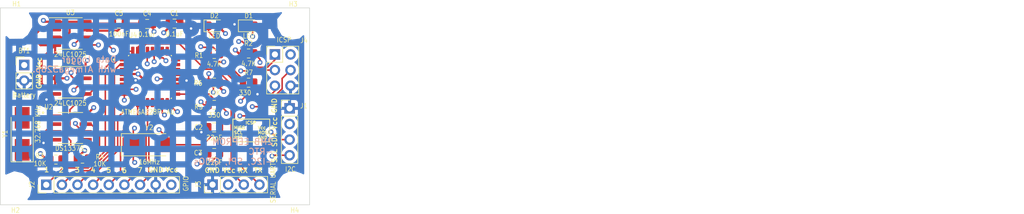
<source format=kicad_pcb>
(kicad_pcb (version 20240108) (generator "pcbnew") (generator_version "8.0")
  (title_block (title "${project_name}") (date "2024-01-16") (rev "1") (comment 1 "4-layer PCB version"))
  (layers (0 "F.Cu" mixed) (1 "In1.Cu" mixed) (2 "In2.Cu" mixed) (31 "B.Cu" mixed) (34 "B.Paste" user) (35 "F.Paste" user) (36 "B.SilkS" user "B.Silkscreen") (37 "F.SilkS" user "F.Silkscreen") (38 "B.Mask" user) (39 "F.Mask" user) (44 "Edge.Cuts" user))
  (property "project_name" "MCU Datalogger with memory and clock")
  (net 0 "")
  (net 1 "GND")
  (net 2 "/Vcc")
  (net 3 "Net-(U4-PB6)")
  (net 4 "Net-(U4-PB7)")
  (net 5 "Net-(U4-AREF)")
  (net 6 "Net-(D1-A)")
  (net 7 "Net-(D2-K)")
  (net 8 "/SDA")
  (net 9 "/SCL")
  (net 10 "/D2")
  (net 11 "/D3")
  (net 12 "/D4")
  (net 13 "/D5")
  (net 14 "/D6")
  (net 15 "/D7")
  (net 16 "/D8")
  (net 17 "/RX")
  (net 18 "/TX")
  (net 19 "/MISO")
  (net 20 "/MOSI")
  (net 21 "/RST")
  (net 22 "Net-(U2-~{INTA})")
  (net 23 "Net-(U2-SQW{slash}~INT)")
  (net 24 "Net-(U2-X1)")
  (net 25 "Net-(U2-X2)")
  (net 35 "/SCK")
  (footprint "Resistor_SMD:R_0805_2012Metric" (layer "F.Cu") (at 78.2531 109.0988)
    (property "Reference" "R3")
    (property "Value" "10K")
  )
  (footprint "Package_SO:SOIC-8_3.9x4.9mm_P1.27mm" (layer "F.Cu") (at 80.6041 88.601)
    (property "Reference" "U3")
    (property "Value" "24LC1025")
  )
  (footprint "Crystal:Crystal_SMD_5032-2Pin_5.0x3.2mm_HandSoldering" (layer "F.Cu") (at 93.4331 106.6858)
    (property "Reference" "Y2")
    (property "Value" "16MHz")
  )
  (footprint "MountingHole:MountingHole_2.1mm" (layer "F.Cu") (at 116.9437 113.6752)
    (property "Reference" "H4")
    (property "Value" "MountingHole" (hide yes))
  )
  (footprint "Resistor_SMD:R_0805_2012Metric" (layer "F.Cu") (at 82.5711 108.9464)
    (property "Reference" "R4")
    (property "Value" "10K")
  )
  (footprint "Footprints:QFP80P900X900X120-32N" (layer "F.Cu") (at 93.5439 95.6622)
    (property "Reference" "U4")
    (property "Value" "ATMEGA328P-AU")
  )
  (footprint "Capacitor_SMD:C_0805_2012Metric" (layer "F.Cu") (at 103.9833 108.032)
    (property "Reference" "C3")
    (property "Value" "22pF")
  )
  (footprint "Footprints:SOIC127P600X175-8N" (layer "F.Cu") (at 80.6153 103.968)
    (property "Reference" "U2")
    (property "Value" "DS1337S_")
  )
  (footprint "Resistor_SMD:R_0805_2012Metric" (layer "F.Cu") (at 109.5694 96.602)
    (property "Reference" "R7")
    (property "Value" "330")
  )
  (footprint "Connector_PinHeader_2.54mm:PinHeader_1x04_P2.54mm_Vertical" (layer "F.Cu") (at 116.2325 100.772)
    (property "Reference" "J1")
    (property "Value" "Conn_01x04_Pin" (hide yes))
  )
  (footprint "Connector_PinHeader_2.54mm:PinHeader_1x09_P2.54mm_Vertical" (layer "F.Cu") (at 76.6847 113.1926 90)
    (property "Reference" "J2")
    (property "Value" "Conn_01x09_Pin" (hide yes))
  )
  (footprint "MountingHole:MountingHole_2.1mm" (layer "F.Cu") (at 71.8587 87.0052)
    (property "Reference" "H1")
    (property "Value" "MountingHole" (hide yes))
  )
  (footprint "Connector_PinHeader_2.54mm:PinHeader_1x04_P2.54mm_Vertical" (layer "F.Cu") (at 103.7103 113.1672 90)
    (property "Reference" "J3")
    (property "Value" "Conn_01x04_Pin" (hide yes))
  )
  (footprint "Connector_PinHeader_2.54mm:PinHeader_2x03_P2.54mm_Vertical" (layer "F.Cu") (at 113.8449 92.009)
    (property "Reference" "J4")
    (property "Value" "Conn_02x03_Odd_Even" (hide yes))
  )
  (footprint "Capacitor_SMD:C_0805_2012Metric" (layer "F.Cu") (at 97.5317 87.0008)
    (property "Reference" "C1")
    (property "Value" "0.1uF")
  )
  (footprint "Connector_PinHeader_2.54mm:PinHeader_1x02_P2.54mm_Vertical" (layer "F.Cu") (at 73.1033 93.7312)
    (property "Reference" "BT1")
    (property "Value" "Battery")
  )
  (footprint "MountingHole:MountingHole_2.1mm" (layer "F.Cu") (at 116.8167 87.0306)
    (property "Reference" "H3")
    (property "Value" "MountingHole" (hide yes))
  )
  (footprint "Resistor_SMD:R_0805_2012Metric" (layer "F.Cu") (at 103.9833 91.9284)
    (property "Reference" "R1")
    (property "Value" "4.7K")
  )
  (footprint "Capacitor_SMD:C_0805_2012Metric" (layer "F.Cu") (at 93.0867 87.0516)
    (property "Reference" "C4")
    (property "Value" "0.1uF")
  )
  (footprint "Crystal:Crystal_SMD_5032-2Pin_5.0x3.2mm_HandSoldering" (layer "F.Cu") (at 72.7731 104.9122 90)
    (property "Reference" "Y1")
    (property "Value" "32.768 KHz")
  )
  (footprint "Resistor_SMD:R_0805_2012Metric" (layer "F.Cu") (at 109.5694 91.8522)
    (property "Reference" "R2")
    (property "Value" "4.7K")
  )
  (footprint "LED_SMD:LED_0805_2012Metric" (layer "F.Cu") (at 109.5894 87.3564)
    (property "Reference" "D1")
    (property "Value" "LED")
  )
  (footprint "Resistor_SMD:R_0805_2012Metric" (layer "F.Cu") (at 103.9833 96.602)
    (property "Reference" "R6")
    (property "Value" "10K")
  )
  (footprint "Capacitor_SMD:C_0805_2012Metric" (layer "F.Cu") (at 103.9833 103.8664)
    (property "Reference" "C2")
    (property "Value" "22pF")
  )
  (footprint "Package_SO:SOIC-8_3.9x4.9mm_P1.27mm" (layer "F.Cu") (at 80.6041 96.5258)
    (property "Reference" "U1")
    (property "Value" "24LC1025")
  )
  (footprint "MountingHole:MountingHole_2.1mm" (layer "F.Cu") (at 71.8333 113.7768)
    (property "Reference" "H2")
    (property "Value" "MountingHole" (hide yes))
  )
  (footprint "LED_SMD:LED_0805_2012Metric" (layer "F.Cu") (at 104.0033 87.3564)
    (property "Reference" "D2")
    (property "Value" "LED")
  )
  (footprint "Resistor_SMD:R_0805_2012Metric" (layer "F.Cu") (at 103.9833 100.2088)
    (property "Reference" "R5")
    (property "Value" "330")
  )
  (footprint "Capacitor_SMD:C_0805_2012Metric" (layer "F.Cu") (at 88.4893 87.0008)
    (property "Reference" "C5")
    (property "Value" "100nF")
  )
  (gr_rect (start 107.0123 102.5246) (end 113.0067 106.2076) (stroke (width 0.15)) (fill none) (layer "F.SilkS"))
  (gr_rect (start 69.2171 84.4398) (end 119.4837 116.4438) (stroke (width 0.1)) (fill none) (layer "Edge.Cuts"))
  (gr_text "2MB EEPROM\n-RTC\n-I2C, SPI, GPIOs" (at 113.6417 109.9922 0) (layer "B.SilkS") (effects (font (size 1 1)) (justify left bottom mirror)))
  (gr_text "Data logger \nwith ATmega328p." (at 88.1655 95.0062 0) (layer "B.SilkS") (effects (font (size 1 1)) (justify left bottom mirror)))
  (gr_text "4" (at 83.8221 111.2622 0) (layer "F.SilkS") (effects (font (size 0.8 0.8)) (justify left bottom)))
  (gr_text "Vcc" (at 105.2851 111.313 0) (layer "F.SilkS") (effects (font (size 0.8 0.8)) (justify left bottom)))
  (gr_text "Vcc" (at 75.9989 94.6252 90) (layer "F.SilkS") (effects (font (size 0.8 0.8)) (justify left bottom)))
  (gr_text "RX" (at 107.7489 111.3384 0) (layer "F.SilkS") (effects (font (size 0.8 0.8)) (justify left bottom)))
  (gr_text "Vcc" (at 95.9633 111.2114 0) (layer "F.SilkS") (effects (font (size 0.8 0.8)) (justify left bottom)))
  (gr_text "7" (at 91.4421 111.2876 0) (layer "F.SilkS") (effects (font (size 0.8 0.8)) (justify left bottom)))
  (gr_text "6" (at 88.9021 111.3384 0) (layer "F.SilkS") (effects (font (size 0.8 0.8)) (justify left bottom)))
  (gr_text "TX" (at 110.3397 111.2876 0) (layer "F.SilkS") (effects (font (size 0.8 0.8)) (justify left bottom)))
  (gr_text "GND" (at 114.2259 101.661 90) (layer "F.SilkS") (effects (font (size 0.8 0.8)) (justify left bottom)))
  (gr_text "I2C" (at 115.4451 111.1352 0) (layer "F.SilkS") (effects (font (size 0.8 0.7) (thickness 0.1)) (justify left bottom)))
  (gr_text "SCL" (at 114.2513 109.7128 90) (layer "F.SilkS") (effects (font (size 0.8 0.8)) (justify left bottom)))
  (gr_text "GND" (at 102.3387 111.313 0) (layer "F.SilkS") (effects (font (size 0.8 0.8)) (justify left bottom)))
  (gr_text "3" (at 81.2567 111.2622 0) (layer "F.SilkS") (effects (font (size 0.8 0.8)) (justify left bottom)))
  (gr_text "GPIO" (at 99.8495 114.3102 90) (layer "F.SilkS") (effects (font (size 0.8 0.7) (thickness 0.1)) (justify left bottom)))
  (gr_text "	ICSP\nMISO	Vcc\nSCL		MOSI\nRST		GND" (at 107.1139 105.8266 0) (layer "F.SilkS") (effects (font (size 0.5 0.5) (thickness 0.12) (bold yes)) (justify left bottom)))
  (gr_text "GND" (at 93.1439 111.2368 0) (layer "F.SilkS") (effects (font (size 0.8 0.8)) (justify left bottom)))
  (gr_text "ICSP" (at 114.0735 90.104 0) (layer "F.SilkS") (effects (font (size 0.8 0.7) (thickness 0.1)) (justify left bottom)))
  (gr_text "SDA" (at 114.2513 107.122 90) (layer "F.SilkS") (effects (font (size 0.8 0.8)) (justify left bottom)))
  (gr_text "SERIAL UART" (at 114.0227 116.2406 90) (layer "F.SilkS") (effects (font (size 0.8 0.7) (thickness 0.1)) (justify left bottom)))
  (gr_text "GND" (at 75.9735 97.6986 90) (layer "F.SilkS") (effects (font (size 0.8 0.8)) (justify left bottom)))
  (gr_text "Vcc" (at 114.2513 104.328 90) (layer "F.SilkS") (effects (font (size 0.8 0.8)) (justify left bottom)))
  (gr_text "2" (at 78.6405 111.2622 0) (layer "F.SilkS") (effects (font (size 0.8 0.8)) (justify left bottom)))
  (gr_text "1" (at 76.2783 111.2114 0) (layer "F.SilkS") (effects (font (size 0.8 0.8)) (justify left bottom)))
  (gr_text "5" (at 86.3621 111.2876 0) (layer "F.SilkS") (effects (font (size 0.8 0.8)) (justify left bottom)))
  (segment (start 92.0859 87.0008) (end 92.1367 87.0516) (width 0.35) (layer "F.Cu") (net 1))
  (segment (start 97.7139 95.2622) (end 98.502388 95.2622) (width 0.35) (layer "F.Cu") (net 1))
  (segment (start 102.6672 103.8664) (end 101.895 104.6386) (width 0.35) (layer "F.Cu") (net 1))
  (segment (start 83.0791 95.8908) (end 82.560927 95.8908) (width 0.35) (layer "F.Cu") (net 1))
  (segment (start 75.0472 89.805) (end 75.7482 90.506) (width 0.35) (layer "F.Cu") (net 1))
  (segment (start 81.6791 95.008973) (end 81.6791 94.3033) (width 0.35) (layer "F.Cu") (net 1))
  (segment (start 83.2639 88.1508) (end 88.2893 88.1508) (width 0.35) (layer "F.Cu") (net 1))
  (segment (start 81.6791 94.3033) (end 79.8732 92.4974) (width 0.35) (layer "F.Cu") (net 1))
  (segment (start 82.560927 95.8908) (end 81.6791 95.008973) (width 0.35) (layer "F.Cu") (net 1))
  (segment (start 78.1403 105.873) (end 76.7592 105.873) (width 0.35) (layer "F.Cu") (net 1))
  (segment (start 89.3739 96.0622) (end 91.0326 96.0622) (width 0.35) (layer "F.Cu") (net 1))
  (segment (start 75.9362 92.6989) (end 77.80225 90.83285) (width 0.35) (layer "F.Cu") (net 1))
  (segment (start 78.1291 87.966) (end 78.0123 87.8492) (width 0.35) (layer "F.Cu") (net 1))
  (segment (start 78.1291 91.7439) (end 78.1291 90.506) (width 0.35) (layer "F.Cu") (net 1))
  (segment (start 110.4819 96.602) (end 110.4819 97.9347) (width 0.35) (layer "F.Cu") (net 1))
  (segment (start 78.1291 98.4308) (end 77.6228 98.4308) (width 0.35) (layer "F.Cu") (net 1))
  (segment (start 97.3317 85.8508) (end 98.4817 87.0008) (width 0.35) (layer "F.Cu") (net 1))
  (segment (start 88.2893 88.1508) (end 89.4393 87.0008) (width 0.35) (layer "F.Cu") (net 1))
  (segment (start 77.6228 98.4308) (end 76.7236 99.33) (width 0.35) (layer "F.Cu") (net 1))
  (segment (start 108.6519 87.3564) (end 108.4081 87.1126) (width 0.35) (layer "F.Cu") (net 1))
  (segment (start 89.4393 87.0008) (end 92.0859 87.0008) (width 0.35) (layer "F.Cu") (net 1))
  (segment (start 110.4819 97.9347) (end 111.0136 98.4664) (width 0.35) (layer "F.Cu") (net 1))
  (segment (start 116.3849 100.6196) (end 116.2325 100.772) (width 0.35) (layer "F.Cu") (net 1))
  (segment (start 78.8826 92.4974) (end 78.1291 91.7439) (width 0.35) (layer "F.Cu") (net 1))
  (segment (start 78.0123 87.8492) (end 75.8092 87.8492) (width 0.35) (layer "F.Cu") (net 1))
  (segment (start 75.7482 90.506) (end 78.1291 90.506) (width 0.35) (layer "F.Cu") (net 1))
  (segment (start 101.8036 108.032) (end 101.641 108.1946) (width 0.35) (layer "F.Cu") (net 1))
  (segment (start 99.482 96.241812) (end 99.482 96.2566) (width 0.35) (layer "F.Cu") (net 1))
  (segment (start 91.227 94.3262) (end 91.4302 94.123) (width 0.35) (layer "F.Cu") (net 1))
  (segment (start 76.7592 105.873) (end 76.241 106.3912) (width 0.35) (layer "F.Cu") (net 1))
  (segment (start 98.502388 95.2622) (end 99.482 96.241812) (width 0.35) (layer "F.Cu") (net 1))
  (segment (start 77.610927 98.4308) (end 75.9362 96.756073) (width 0.35) (layer "F.Cu") (net 1))
  (segment (start 103.0333 108.032) (end 101.8036 108.032) (width 0.35) (layer "F.Cu") (net 1))
  (segment (start 75.0472 88.6112) (end 75.0472 89.805) (width 0.35) (layer "F.Cu") (net 1))
  (segment (start 92.1367 87.0516) (end 93.3375 85.8508) (width 0.35) (layer "F.Cu") (net 1))
  (segment (start 99.421 87.0008) (end 100.2186 87.7984) (width 0.35) (layer "F.Cu") (net 1))
  (segment (start 79.8732 92.4974) (end 78.8826 92.4974) (width 0.35) (layer "F.Cu") (net 1))
  (segment (start 98.4817 87.0008) (end 99.421 87.0008) (width 0.35) (layer "F.Cu") (net 1))
  (segment (start 77.80225 90.83285) (end 78.1291 90.506) (width 0.35) (layer "F.Cu") (net 1))
  (segment (start 108.4081 87.1126) (end 107.2798 87.1126) (width 0.35) (layer "F.Cu") (net 1))
  (segment (start 93.3375 85.8508) (end 97.3317 85.8508) (width 0.35) (layer "F.Cu") (net 1))
  (segment (start 75.9362 96.756073) (end 75.9362 92.6989) (width 0.35) (layer "F.Cu") (net 1))
  (segment (start 75.8092 87.8492) (end 75.0472 88.6112) (width 0.35) (layer "F.Cu") (net 1))
  (segment (start 91.0326 96.0622) (end 91.2016 96.2312) (width 0.35) (layer "F.Cu") (net 1))
  (segment (start 91.091 94.4622) (end 89.3739 94.4622) (width 0.35) (layer "F.Cu") (net 1))
  (segment (start 78.1291 98.4308) (end 77.610927 98.4308) (width 0.35) (layer "F.Cu") (net 1))
  (segment (start 103.0333 103.8664) (end 102.6672 103.8664) (width 0.35) (layer "F.Cu") (net 1))
  (segment (start 91.4302 94.123) (end 91.091 94.4622) (width 0.35) (layer "F.Cu") (net 1))
  (segment (start 83.0791 87.966) (end 83.2639 88.1508) (width 0.35) (layer "F.Cu") (net 1))
  (via (at 107.2798 87.1126) (size 0.8) (drill 0.4) (layers "F.Cu" "B.Cu") (net 1))
  (via (at 91.4302 94.123) (size 0.8) (drill 0.4) (layers "F.Cu" "B.Cu") (net 1))
  (via (at 76.7236 99.33) (size 0.8) (drill 0.4) (layers "F.Cu" "B.Cu") (net 1))
  (via (at 100.2186 87.7984) (size 0.8) (drill 0.4) (layers "F.Cu" "B.Cu") (net 1))
  (via (at 76.241 106.3912) (size 0.8) (drill 0.4) (layers "F.Cu" "B.Cu") (net 1))
  (via (at 91.2016 96.2312) (size 0.8) (drill 0.4) (layers "F.Cu" "B.Cu") (net 1))
  (via (at 101.641 108.1946) (size 0.8) (drill 0.4) (layers "F.Cu" "B.Cu") (net 1))
  (via (at 111.0136 98.4664) (size 0.8) (drill 0.4) (layers "F.Cu" "B.Cu") (net 1))
  (via (at 101.895 104.6386) (size 0.8) (drill 0.4) (layers "F.Cu" "B.Cu") (net 1))
  (via (at 99.482 96.2566) (size 0.8) (drill 0.4) (layers "F.Cu" "B.Cu") (net 1))
  (segment (start 90.234788 95.1898) (end 90.162388 95.2622) (width 0.35) (layer "F.Cu") (net 2))
  (segment (start 83.3839 87.0008) (end 83.0791 86.696) (width 0.35) (layer "F.Cu") (net 2))
  (segment (start 79.7614 95.8908) (end 80.051 95.8756) (width 0.35) (layer "F.Cu") (net 2))
  (segment (start 80.4828 87.4326) (end 79.7462 86.696) (width 0.35) (layer "F.Cu") (net 2))
  (segment (start 78.1291 95.8908) (end 79.7614 95.8908) (width 0.35) (layer "F.Cu") (net 2))
  (segment (start 78.1291 86.696) (end 76.434 86.696) (width 0.35) (layer "F.Cu") (net 2))
  (segment (start 77.3406 109.0988) (end 76.7134 109.0988) (width 0.35) (layer "F.Cu") (net 2))
  (segment (start 83.0903 101.9549) (end 84.3944 100.6508) (width 0.35) (layer "F.Cu") (net 2))
  (segment (start 104.9408 87.3564) (end 104.9408 87.7454) (width 0.35) (layer "F.Cu") (net 2))
  (segment (start 78.1291 95.8908) (end 78.1291 94.6208) (width 0.35) (layer "F.Cu") (net 2))
  (segment (start 103.0708 91.9284) (end 103.228706 91.9284) (width 0.35) (layer "F.Cu") (net 2))
  (segment (start 78.1291 89.236) (end 79.6548 89.236) (width 0.35) (layer "F.Cu") (net 2))
  (segment (start 83.0791 94.6208) (end 83.0791 93.2793) (width 0.35) (layer "F.Cu") (net 2))
  (segment (start 96.5817 87.6761) (end 95.7736 88.4842) (width 0.35) (layer "F.Cu") (net 2))
  (segment (start 76.7134 109.0988) (end 75.733 108.1184) (width 0.35) (layer "F.Cu") (net 2))
  (segment (start 81.6586 108.9464) (end 81.6586 108.873) (width 0.35) (layer "F.Cu") (net 2))
  (segment (start 91.608 95.1898) (end 90.234788 95.1898) (width 0.35) (layer "F.Cu") (net 2))
  (segment (start 78.1291 97.1608) (end 78.1291 95.8908) (width 0.35) (layer "F.Cu") (net 2))
  (segment (start 91.608 95.1898) (end 94.0804 97.6622) (width 0.35) (layer "F.Cu") (net 2))
  (segment (start 83.0791 93.2793) (end 83.3784 92.98) (width 0.35) (layer "F.Cu") (net 2))
  (segment (start 79.6548 89.236) (end 80.4828 88.408) (width 0.35) (layer "F.Cu") (net 2))
  (segment (start 104.9408 87.7454) (end 105.8066 88.6112) (width 0.35) (layer "F.Cu") (net 2))
  (segment (start 83.0791 86.696) (end 78.1291 86.696) (width 0.35) (layer "F.Cu") (net 2))
  (segment (start 104.8958 97.4032) (end 105.5272 98.0346) (width 0.35) (layer "F.Cu") (net 2))
  (segment (start 80.4828 88.408) (end 80.4828 87.4326) (width 0.35) (layer "F.Cu") (net 2))
  (segment (start 81.6586 108.873) (end 82.9212 107.6104) (width 0.35) (layer "F.Cu") (net 2))
  (segment (start 107.9808 91.8522) (end 107.4068 91.2782) (width 0.35) (layer "F.Cu") (net 2))
  (segment (start 104.8958 96.602) (end 104.8958 97.4032) (width 0.35) (layer "F.Cu") (net 2))
  (segment (start 87.5393 87.0008) (end 83.3839 87.0008) (width 0.35) (layer "F.Cu") (net 2))
  (segment (start 104.534306 93.234) (end 105.5272 93.234) (width 0.35) (layer "F.Cu") (net 2))
  (segment (start 83.0903 102.063) (end 83.0903 101.9549) (width 0.35) (layer "F.Cu") (net 2))
  (segment (start 108.6569 91.8522) (end 107.9808 91.8522) (width 0.35) (layer "F.Cu") (net 2))
  (segment (start 96.5817 87.0008) (end 96.5817 87.6761) (width 0.35) (layer "F.Cu") (net 2))
  (segment (start 94.0804 97.6622) (end 97.7139 97.6622) (width 0.35) (layer "F.Cu") (net 2))
  (segment (start 76.434 86.696) (end 76.2156 86.4776) (width 0.35) (layer "F.Cu") (net 2))
  (segment (start 90.162388 95.2622) (end 89.3739 95.2622) (width 0.35) (layer "F.Cu") (net 2))
  (segment (start 80.051 95.8756) (end 79.7716 95.901) (width 0.35) (layer "F.Cu") (net 2))
  (segment (start 105.5272 93.234) (end 105.3748 93.234) (width 0.35) (layer "F.Cu") (net 2))
  (segment (start 103.228706 91.9284) (end 104.534306 93.234) (width 0.35) (layer "F.Cu") (net 2))
  (via (at 75.733 108.1184) (size 0.8) (drill 0.4) (layers "F.Cu" "B.Cu") (net 2))
  (via (at 91.608 95.1898) (size 0.8) (drill 0.4) (layers "F.Cu" "B.Cu") (net 2))
  (via (at 95.7736 88.4842) (size 0.8) (drill 0.4) (layers "F.Cu" "B.Cu") (net 2))
  (via (at 76.2156 86.4776) (size 0.8) (drill 0.4) (layers "F.Cu" "B.Cu") (net 2))
  (via (at 105.5272 93.234) (size 0.8) (drill 0.4) (layers "F.Cu" "B.Cu") (net 2))
  (via (at 105.8066 88.6112) (size 0.8) (drill 0.4) (layers "F.Cu" "B.Cu") (net 2))
  (via (at 84.3944 100.6508) (size 0.8) (drill 0.4) (layers "F.Cu" "B.Cu") (net 2))
  (via (at 107.4068 91.2782) (size 0.8) (drill 0.4) (layers "F.Cu" "B.Cu") (net 2))
  (via (at 80.051 95.8756) (size 0.8) (drill 0.4) (layers "F.Cu" "B.Cu") (net 2))
  (via (at 105.5272 98.0346) (size 0.8) (drill 0.4) (layers "F.Cu" "B.Cu") (net 2))
  (via (at 82.9212 107.6104) (size 0.8) (drill 0.4) (layers "F.Cu" "B.Cu") (net 2))
  (via (at 83.3784 92.98) (size 0.8) (drill 0.4) (layers "F.Cu" "B.Cu") (net 2))
  (segment (start 89.3907 97.679) (end 91.2778 97.679) (width 0.25) (layer "F.Cu") (net 3))
  (segment (start 95.0116 104.2322) (end 96.0331 105.2537) (width 0.25) (layer "F.Cu") (net 3))
  (segment (start 96.0331 106.6858) (end 102.1139 106.6858) (width 0.25) (layer "F.Cu") (net 3))
  (segment (start 102.1139 106.6858) (end 104.9333 103.8664) (width 0.25) (layer "F.Cu") (net 3))
  (segment (start 96.0331 105.2537) (end 96.0331 106.6858) (width 0.25) (layer "F.Cu") (net 3))
  (segment (start 89.3739 97.6622) (end 89.3907 97.679) (width 0.25) (layer "F.Cu") (net 3))
  (via (at 91.2778 97.679) (size 0.8) (drill 0.4) (layers "F.Cu" "B.Cu") (net 3))
  (via (at 95.0116 104.2322) (size 0.8) (drill 0.4) (layers "F.Cu" "B.Cu") (net 3))
  (segment (start 91.0217 103.9934) (end 90.8331 104.182) (width 0.25) (layer "F.Cu") (net 4))
  (segment (start 89.3707 99.4468) (end 89.3739 99.4436) (width 0.25) (layer "F.Cu") (net 4))
  (segment (start 90.8331 104.182) (end 90.8331 106.6858) (width 0.25) (layer "F.Cu") (net 4))
  (segment (start 89.3739 98.4622) (end 89.3707 99.4468) (width 0.25) (layer "F.Cu") (net 4))
  (segment (start 91.0611 109.5604) (end 90.8331 109.3324) (width 0.25) (layer "F.Cu") (net 4))
  (segment (start 90.8331 109.3324) (end 90.8331 106.6858) (width 0.25) (layer "F.Cu") (net 4))
  (segment (start 104.9333 108.032) (end 103.1509 109.8144) (width 0.25) (layer "F.Cu") (net 4))
  (segment (start 103.1509 109.8144) (end 101.1957 109.8144) (width 0.25) (layer "F.Cu") (net 4))
  (via (at 101.1957 109.8144) (size 0.8) (drill 0.4) (layers "F.Cu" "B.Cu") (net 4))
  (via (at 91.0217 103.9934) (size 0.8) (drill 0.4) (layers "F.Cu" "B.Cu") (net 4))
  (via (at 91.0611 109.5604) (size 0.8) (drill 0.4) (layers "F.Cu" "B.Cu") (net 4))
  (via (at 89.3707 99.4468) (size 0.8) (drill 0.4) (layers "F.Cu" "B.Cu") (net 4))
  (segment (start 94.7068 95.9772) (end 97.6289 95.9772) (width 0.25) (layer "F.Cu") (net 5))
  (segment (start 94.0367 87.0516) (end 94.0367 88.1443) (width 0.25) (layer "F.Cu") (net 5))
  (segment (start 94.0367 88.1443) (end 94.1988 88.3064) (width 0.25) (layer "F.Cu") (net 5))
  (segment (start 97.6289 95.9772) (end 97.7139 96.0622) (width 0.25) (layer "F.Cu") (net 5))
  (via (at 94.7068 95.9772) (size 0.8) (drill 0.4) (layers "F.Cu" "B.Cu") (net 5))
  (via (at 94.1988 88.3064) (size 0.8) (drill 0.4) (layers "F.Cu" "B.Cu") (net 5))
  (segment (start 110.2262 89.0938) (end 110.2262 87.6571) (width 0.25) (layer "F.Cu") (net 6))
  (segment (start 110.2262 87.6571) (end 110.5269 87.3564) (width 0.25) (layer "F.Cu") (net 6))
  (segment (start 103.0708 100.2088) (end 102.3166 100.2088) (width 0.25) (layer "F.Cu") (net 6))
  (segment (start 102.3166 100.2088) (end 101.8188 99.711) (width 0.25) (layer "F.Cu") (net 6))
  (via (at 101.8188 99.711) (size 0.8) (drill 0.4) (layers "F.Cu" "B.Cu") (net 6))
  (via (at 110.2262 89.0938) (size 0.8) (drill 0.4) (layers "F.Cu" "B.Cu") (net 6))
  (segment (start 108.0048 95.4068) (end 107.995495 95.4068) (width 0.25) (layer "F.Cu") (net 7))
  (segment (start 108.6569 96.0589) (end 108.0048 95.4068) (width 0.25) (layer "F.Cu") (net 7))
  (segment (start 107.5708 94.982105) (end 107.5708 94.9728) (width 0.25) (layer "F.Cu") (net 7))
  (segment (start 108.6569 96.602) (end 108.6569 96.0589) (width 0.25) (layer "F.Cu") (net 7))
  (segment (start 107.5708 94.9728) (end 107.1274 94.5294) (width 0.25) (layer "F.Cu") (net 7))
  (segment (start 103.0658 88.3088) (end 103.0658 87.3564) (width 0.25) (layer "F.Cu") (net 7))
  (segment (start 107.1274 94.5294) (end 107.1274 92.3704) (width 0.25) (layer "F.Cu") (net 7))
  (segment (start 107.1274 92.3704) (end 103.0658 88.3088) (width 0.25) (layer "F.Cu") (net 7))
  (segment (start 107.995495 95.4068) (end 107.5708 94.982105) (width 0.25) (layer "F.Cu") (net 7))
  (segment (start 83.0791 90.506) (end 85.2072 92.6341) (width 0.25) (layer "F.Cu") (net 8))
  (segment (start 95.6506 92.5522) (end 95.192273 92.5522) (width 0.25) (layer "F.Cu") (net 8))
  (segment (start 108.5363 89.9066) (end 107.9656 89.9066) (width 0.25) (layer "F.Cu") (net 8))
  (segment (start 80.5336 103.761726) (end 82.644874 105.873) (width 0.25) (layer "F.Cu") (net 8))
  (segment (start 111.42 92.7903) (end 110.4819 91.8522) (width 0.25) (layer "F.Cu") (net 8))
  (segment (start 85.2072 92.6341) (end 85.2072 96.8662) (width 0.25) (layer "F.Cu") (net 8))
  (segment (start 82.644874 105.873) (end 83.0903 105.873) (width 0.25) (layer "F.Cu") (net 8))
  (segment (start 94.7439 92.103827) (end 94.7439 91.4922) (width 0.25) (layer "F.Cu") (net 8))
  (segment (start 110.4819 91.8522) (end 108.5363 89.9066) (width 0.25) (layer "F.Cu") (net 8))
  (segment (start 114.4368 105.852) (end 113.198 104.6132) (width 0.25) (layer "F.Cu") (net 8))
  (segment (start 85.1564 90.4654) (end 83.1197 90.4654) (width 0.25) (layer "F.Cu") (net 8))
  (segment (start 83.0791 98.4308) (end 80.5336 100.9763) (width 0.25) (layer "F.Cu") (net 8))
  (segment (start 80.5336 100.9763) (end 80.5336 103.761726) (width 0.25) (layer "F.Cu") (net 8))
  (segment (start 96.1292 93.0308) (end 95.6506 92.5522) (width 0.25) (layer "F.Cu") (net 8))
  (segment (start 83.6426 98.4308) (end 83.0791 98.4308) (width 0.25) (layer "F.Cu") (net 8))
  (segment (start 116.2325 105.852) (end 114.4368 105.852) (width 0.25) (layer "F.Cu") (net 8))
  (segment (start 85.2072 96.8662) (end 83.6426 98.4308) (width 0.25) (layer "F.Cu") (net 8))
  (segment (start 83.1197 90.4654) (end 83.0791 90.506) (width 0.25) (layer "F.Cu") (net 8))
  (segment (start 95.192273 92.5522) (end 94.7439 92.103827) (width 0.25) (layer "F.Cu") (net 8))
  (segment (start 111.42 93.3102) (end 111.42 92.7903) (width 0.25) (layer "F.Cu") (net 8))
  (via (at 107.9656 89.9066) (size 0.8) (drill 0.4) (layers "F.Cu" "B.Cu") (net 8))
  (via (at 111.42 93.3102) (size 0.8) (drill 0.4) (layers "F.Cu" "B.Cu") (net 8))
  (via (at 85.1564 90.4654) (size 0.8) (drill 0.4) (layers "F.Cu" "B.Cu") (net 8))
  (via (at 96.1292 93.0308) (size 0.8) (drill 0.4) (layers "F.Cu" "B.Cu") (net 8))
  (via (at 113.198 104.6132) (size 0.8) (drill 0.4) (layers "F.Cu" "B.Cu") (net 8))
  (segment (start 81.8138 97.1608) (end 81.1686 97.806) (width 0.25) (layer "F.Cu") (net 9))
  (segment (start 81.4226 103.380726) (end 82.644874 104.603) (width 0.25) (layer "F.Cu") (net 9))
  (segment (start 94.2242 92.384127) (end 94.2242 93.1832) (width 0.25) (layer "F.Cu") (net 9))
  (segment (start 85.5018 89.236) (end 83.0791 89.236) (width 0.25) (layer "F.Cu") (net 9))
  (segment (start 113.3758 108.5248) (end 113.5086 108.392) (width 0.25) (layer "F.Cu") (net 9))
  (segment (start 102.0544 90.8534) (end 101.9458 90.7448) (width 0.25) (layer "F.Cu") (net 9))
  (segment (start 101.7934 90.7448) (end 101.7934 90.5924) (width 0.25) (layer "F.Cu") (net 9))
  (segment (start 103.8208 90.8534) (end 102.0544 90.8534) (width 0.25) (layer "F.Cu") (net 9))
  (segment (start 80.7114 95.4692) (end 82.403 97.1608) (width 0.25) (layer "F.Cu") (net 9))
  (segment (start 82.403 97.1608) (end 82.631638 97.1608) (width 0.25) (layer "F.Cu") (net 9))
  (segment (start 82.3472 89.236) (end 81.2194 90.3638) (width 0.25) (layer "F.Cu") (net 9))
  (segment (start 93.9439 91.4922) (end 93.9439 92.103827) (width 0.25) (layer "F.Cu") (net 9))
  (segment (start 87.5948 91.329) (end 85.5018 89.236) (width 0.25) (layer "F.Cu") (net 9))
  (segment (start 104.8958 91.9284) (end 103.8208 90.8534) (width 0.25) (layer "F.Cu") (net 9))
  (segment (start 101.9458 90.7448) (end 101.7934 90.7448) (width 0.25) (layer "F.Cu") (net 9))
  (segment (start 80.7114 94.9866) (end 80.7114 95.4692) (width 0.25) (layer "F.Cu") (net 9))
  (segment (start 101.7934 90.5924) (end 101.8188 90.6178) (width 0.25) (layer "F.Cu") (net 9))
  (segment (start 113.5086 108.392) (end 116.2325 108.392) (width 0.25) (layer "F.Cu") (net 9))
  (segment (start 82.644874 104.603) (end 83.0903 104.603) (width 0.25) (layer "F.Cu") (net 9))
  (segment (start 83.0791 89.236) (end 82.3472 89.236) (width 0.25) (layer "F.Cu") (net 9))
  (segment (start 93.9439 92.103827) (end 94.2242 92.384127) (width 0.25) (layer "F.Cu") (net 9))
  (segment (start 83.0791 97.1608) (end 81.8138 97.1608) (width 0.25) (layer "F.Cu") (net 9))
  (via (at 101.7934 90.7448) (size 0.8) (drill 0.4) (layers "F.Cu" "B.Cu") (net 9))
  (via (at 94.2242 93.1832) (size 0.8) (drill 0.4) (layers "F.Cu" "B.Cu") (net 9))
  (via (at 80.7114 94.9866) (size 0.8) (drill 0.4) (layers "F.Cu" "B.Cu") (net 9))
  (via (at 81.1686 97.806) (size 0.8) (drill 0.4) (layers "F.Cu" "B.Cu") (net 9))
  (via (at 87.5948 91.329) (size 0.8) (drill 0.4) (layers "F.Cu" "B.Cu") (net 9))
  (via (at 81.4226 103.2162) (size 0.8) (drill 0.4) (layers "F.Cu" "B.Cu") (net 9))
  (via (at 113.3758 108.5248) (size 0.8) (drill 0.4) (layers "F.Cu" "B.Cu") (net 9))
  (via (at 81.2194 90.3892) (size 0.8) (drill 0.4) (layers "F.Cu" "B.Cu") (net 9))
  (segment (start 86.2859 94.1873) (end 88.981 91.4922) (width 0.25) (layer "F.Cu") (net 10))
  (segment (start 83.506273 110.4494) (end 86.2859 107.669773) (width 0.25) (layer "F.Cu") (net 10))
  (segment (start 86.2859 107.669773) (end 86.2859 94.1873) (width 0.25) (layer "F.Cu") (net 10))
  (segment (start 88.981 91.4922) (end 90.7439 91.4922) (width 0.25) (layer "F.Cu") (net 10))
  (segment (start 79.4279 110.4494) (end 83.506273 110.4494) (width 0.25) (layer "F.Cu") (net 10))
  (segment (start 76.6847 113.1926) (end 79.4279 110.4494) (width 0.25) (layer "F.Cu") (net 10))
  (segment (start 79.2247 113.1926) (end 81.5179 110.8994) (width 0.25) (layer "F.Cu") (net 11))
  (segment (start 81.5179 110.8994) (end 83.692669 110.8994) (width 0.25) (layer "F.Cu") (net 11))
  (segment (start 88.3537 92.8622) (end 89.3739 92.8622) (width 0.25) (layer "F.Cu") (net 11))
  (segment (start 87.0987 94.1172) (end 88.3537 92.8622) (width 0.25) (layer "F.Cu") (net 11))
  (segment (start 87.0987 107.493369) (end 87.0987 94.1172) (width 0.25) (layer "F.Cu") (net 11))
  (segment (start 83.692669 110.8994) (end 87.0987 107.493369) (width 0.25) (layer "F.Cu") (net 11))
  (segment (start 81.7647 113.1926) (end 82.9397 112.0176) (width 0.25) (layer "F.Cu") (net 12))
  (segment (start 88.656123 93.6622) (end 89.3739 93.6622) (width 0.25) (layer "F.Cu") (net 12))
  (segment (start 82.9397 112.0176) (end 83.210865 112.0176) (width 0.25) (layer "F.Cu") (net 12))
  (segment (start 83.210865 112.0176) (end 87.7591 107.469365) (width 0.25) (layer "F.Cu") (net 12))
  (segment (start 87.7591 94.559223) (end 88.656123 93.6622) (width 0.25) (layer "F.Cu") (net 12))
  (segment (start 87.7591 107.469365) (end 87.7591 94.559223) (width 0.25) (layer "F.Cu") (net 12))
  (segment (start 85.1683 112.329) (end 85.1683 110.7796) (width 0.25) (layer "F.Cu") (net 13))
  (segment (start 85.1683 110.7796) (end 88.2925 107.6554) (width 0.25) (layer "F.Cu") (net 13))
  (segment (start 90.7309 99.8322) (end 90.7439 99.8322) (width 0.25) (layer "F.Cu") (net 13))
  (segment (start 88.2925 107.6554) (end 88.2925 102.2706) (width 0.25) (layer "F.Cu") (net 13))
  (segment (start 84.3047 113.1926) (end 85.1683 112.329) (width 0.25) (layer "F.Cu") (net 13))
  (segment (start 88.2925 102.2706) (end 90.7309 99.8322) (width 0.25) (layer "F.Cu") (net 13))
  (segment (start 91.5439 102.0164) (end 91.5439 99.8322) (width 0.25) (layer "F.Cu") (net 14))
  (segment (start 88.7581 111.2792) (end 88.7581 104.8022) (width 0.25) (layer "F.Cu") (net 14))
  (segment (start 88.7581 104.8022) (end 91.5439 102.0164) (width 0.25) (layer "F.Cu") (net 14))
  (segment (start 86.8447 113.1926) (end 88.7581 111.2792) (width 0.25) (layer "F.Cu") (net 14))
  (segment (start 92.9081 109.6692) (end 92.9081 105.1608) (width 0.25) (layer "F.Cu") (net 15))
  (segment (start 89.3847 113.1926) (end 92.9081 109.6692) (width 0.25) (layer "F.Cu") (net 15))
  (segment (start 92.3439 104.5966) (end 92.3439 99.8322) (width 0.25) (layer "F.Cu") (net 15))
  (segment (start 92.9081 105.1608) (end 92.3439 104.5966) (width 0.25) (layer "F.Cu") (net 15))
  (segment (start 93.1439 104.760204) (end 93.1439 99.8322) (width 0.25) (layer "F.Cu") (net 16))
  (segment (start 91.9247 113.1926) (end 93.3581 111.7592) (width 0.25) (layer "F.Cu") (net 16))
  (segment (start 93.3581 111.7592) (end 93.3581 104.974404) (width 0.25) (layer "F.Cu") (net 16))
  (segment (start 93.3581 104.974404) (end 93.1439 104.760204) (width 0.25) (layer "F.Cu") (net 16))
  (segment (start 104.298383 94.4082) (end 102.4519 94.4082) (width 0.25) (layer "F.Cu") (net 17))
  (segment (start 98.3509 90.3072) (end 92.917273 90.3072) (width 0.25) (layer "F.Cu") (net 17))
  (segment (start 92.3439 90.880573) (end 92.3439 91.4922) (width 0.25) (layer "F.Cu") (net 17))
  (segment (start 92.917273 90.3072) (end 92.3439 90.880573) (width 0.25) (layer "F.Cu") (net 17))
  (segment (start 106.7464 111.1233) (end 106.7464 96.856217) (width 0.25) (layer "F.Cu") (net 17))
  (segment (start 108.7903 113.1672) (end 106.7464 111.1233) (width 0.25) (layer "F.Cu") (net 17))
  (segment (start 106.7464 96.856217) (end 104.298383 94.4082) (width 0.25) (layer "F.Cu") (net 17))
  (segment (start 102.4519 94.4082) (end 98.3509 90.3072) (width 0.25) (layer "F.Cu") (net 17))
  (segment (start 107.2544 96.3582) (end 104.7906 93.8944) (width 0.25) (layer "F.Cu") (net 18))
  (segment (start 104.7906 93.8944) (end 102.8271 93.8944) (width 0.25) (layer "F.Cu") (net 18))
  (segment (start 111.3303 113.1672) (end 107.2544 109.0913) (width 0.25) (layer "F.Cu") (net 18))
  (segment (start 91.5439 90.880573) (end 91.5439 91.4922) (width 0.25) (layer "F.Cu") (net 18))
  (segment (start 98.7899 89.8572) (end 92.567273 89.8572) (width 0.25) (layer "F.Cu") (net 18))
  (segment (start 102.8271 93.8944) (end 98.7899 89.8572) (width 0.25) (layer "F.Cu") (net 18))
  (segment (start 92.567273 89.8572) (end 91.5439 90.880573) (width 0.25) (layer "F.Cu") (net 18))
  (segment (start 107.2544 109.0913) (end 107.2544 96.3582) (width 0.25) (layer "F.Cu") (net 18))
  (segment (start 112.633199 94.099) (end 110.752121 94.099) (width 0.25) (layer "F.Cu") (net 19))
  (segment (start 110.169321 94.6818) (end 108.2958 94.6818) (width 0.25) (layer "F.Cu") (net 19))
  (segment (start 97.8229 101.3112) (end 96.3439 99.8322) (width 0.25) (layer "F.Cu") (net 19))
  (segment (start 98.0088 101.3112) (end 97.8229 101.3112) (width 0.25) (layer "F.Cu") (net 19))
  (segment (start 113.8449 92.009) (end 113.8449 92.887299) (width 0.25) (layer "F.Cu") (net 19))
  (segment (start 110.752121 94.099) (end 110.169321 94.6818) (width 0.25) (layer "F.Cu") (net 19))
  (segment (start 113.8449 92.887299) (end 112.633199 94.099) (width 0.25) (layer "F.Cu") (net 19))
  (via (at 108.2958 94.6818) (size 0.8) (drill 0.4) (layers "F.Cu" "B.Cu") (net 19))
  (via (at 98.0088 101.3112) (size 0.8) (drill 0.4) (layers "F.Cu" "B.Cu") (net 19))
  (segment (start 116.3849 94.549) (end 115.0199 95.914) (width 0.25) (layer "F.Cu") (net 20))
  (segment (start 95.5439 101.4879) (end 95.5439 99.8322) (width 0.25) (layer "F.Cu") (net 20))
  (segment (start 110.598601 101.997) (end 108.1434 101.997) (width 0.25) (layer "F.Cu") (net 20))
  (segment (start 115.0199 97.575701) (end 110.598601 101.997) (width 0.25) (layer "F.Cu") (net 20))
  (segment (start 115.0199 95.914) (end 115.0199 97.575701) (width 0.25) (layer "F.Cu") (net 20))
  (segment (start 95.9006 101.8446) (end 95.5439 101.4879) (width 0.25) (layer "F.Cu") (net 20))
  (via (at 95.9006 101.8446) (size 0.8) (drill 0.4) (layers "F.Cu" "B.Cu") (net 20))
  (via (at 108.1434 101.997) (size 0.8) (drill 0.4) (layers "F.Cu" "B.Cu") (net 20))
  (segment (start 111.2676 100.4984) (end 113.8449 97.9211) (width 0.25) (layer "F.Cu") (net 21))
  (segment (start 110.1754 100.4984) (end 111.2676 100.4984) (width 0.25) (layer "F.Cu") (net 21))
  (segment (start 93.0931 93.533) (end 93.0931 91.543) (width 0.25) (layer "F.Cu") (net 21))
  (segment (start 113.8449 97.9211) (end 113.8449 97.089) (width 0.25) (layer "F.Cu") (net 21))
  (segment (start 93.0931 91.543) (end 93.1439 91.4922) (width 0.25) (layer "F.Cu") (net 21))
  (segment (start 103.0708 95.1631) (end 103.1007 95.1332) (width 0.25) (layer "F.Cu") (net 21))
  (segment (start 103.8508 97.382) (end 103.0708 96.602) (width 0.25) (layer "F.Cu") (net 21))
  (segment (start 103.8508 98.1616) (end 103.8508 97.382) (width 0.25) (layer "F.Cu") (net 21))
  (segment (start 103.0708 96.602) (end 103.0708 95.1631) (width 0.25) (layer "F.Cu") (net 21))
  (via (at 103.8508 98.1616) (size 0.8) (drill 0.4) (layers "F.Cu" "B.Cu") (net 21))
  (via (at 103.1007 95.1332) (size 0.8) (drill 0.4) (layers "F.Cu" "B.Cu") (net 21))
  (via (at 110.1754 100.4984) (size 0.8) (drill 0.4) (layers "F.Cu" "B.Cu") (net 21))
  (via (at 93.0931 93.533) (size 0.8) (drill 0.4) (layers "F.Cu" "B.Cu") (net 21))
  (segment (start 79.228 104.603) (end 78.1403 104.603) (width 0.25) (layer "F.Cu") (net 22))
  (segment (start 79.1656 109.0988) (end 80.6606 107.6038) (width 0.25) (layer "F.Cu") (net 22))
  (segment (start 80.6606 106.0356) (end 79.228 104.603) (width 0.25) (layer "F.Cu") (net 22))
  (segment (start 80.6606 107.6038) (end 80.6606 106.0356) (width 0.25) (layer "F.Cu") (net 22))
  (segment (start 83.9524 103.333) (end 83.0903 103.333) (width 0.25) (layer "F.Cu") (net 23))
  (segment (start 85.3342 107.0958) (end 85.3342 104.7148) (width 0.25) (layer "F.Cu") (net 23))
  (segment (start 85.3342 104.7148) (end 83.9524 103.333) (width 0.25) (layer "F.Cu") (net 23))
  (segment (start 83.4836 108.9464) (end 85.3342 107.0958) (width 0.25) (layer "F.Cu") (net 23))
  (segment (start 77.8911 102.3122) (end 72.7731 102.3122) (width 0.25) (layer "F.Cu") (net 24))
  (segment (start 78.1403 102.063) (end 77.8911 102.3122) (width 0.25) (layer "F.Cu") (net 24))
  (segment (start 78.1403 103.333) (end 77.694874 103.333) (width 0.25) (layer "F.Cu") (net 25))
  (segment (start 77.694874 103.333) (end 73.515674 107.5122) (width 0.25) (layer "F.Cu") (net 25))
  (segment (start 73.515674 107.5122) (end 72.7731 107.5122) (width 0.25) (layer "F.Cu") (net 25))
  (segment (start 105.959 101.272) (end 104.8958 100.2088) (width 0.25) (layer "F.Cu") (net 35))
  (segment (start 109.5944 95.893117) (end 109.5944 98.2854) (width 0.25) (layer "F.Cu") (net 35))
  (segment (start 104.872695 100.2088) (end 103.126095 98.4622) (width 0.25) (layer "F.Cu") (net 35))
  (segment (start 110.938517 94.549) (end 109.5944 95.893117) (width 0.25) (layer "F.Cu") (net 35))
  (segment (start 105.959 101.5906) (end 105.959 101.272) (width 0.25) (layer "F.Cu") (net 35))
  (segment (start 103.126095 98.4622) (end 97.7139 98.4622) (width 0.25) (layer "F.Cu") (net 35))
  (segment (start 109.5944 98.2854) (end 108.2704 99.6094) (width 0.25) (layer "F.Cu") (net 35))
  (segment (start 104.8958 100.2088) (end 104.872695 100.2088) (width 0.25) (layer "F.Cu") (net 35))
  (segment (start 113.8449 94.549) (end 110.938517 94.549) (width 0.25) (layer "F.Cu") (net 35))
  (via (at 108.2704 99.6094) (size 0.8) (drill 0.4) (layers "F.Cu" "B.Cu") (net 35))
  (via (at 105.959 101.5906) (size 0.8) (drill 0.4) (layers "F.Cu" "B.Cu") (net 35))
  (zone (net 1) (net_name "GND") (layer "B.Cu") (connect_pads (clearance 0.5)) (min_thickness 0.25) (fill yes (mode hatch) (thermal_gap 0.5) (thermal_bridge_width 0.5) (hatch_thickness 1) (hatch_gap 1.5) (hatch_orientation 0) (hatch_border_algorithm hatch_thickness) (hatch_min_hole_area 0.3))
    (polygon (pts (xy 113.6044 85.2838) (xy 73.7772 85.1822) (xy 74.3868 86.249) (xy 74.4122 87.5698) (xy 73.6756 88.8398) (xy 72.8882 89.4494) (xy 70.7038 89.4748) (xy 70.0688 88.8398) (xy 70.018 111.5982) (xy 71.4912 110.9886) (xy 72.812 111.2934) (xy 73.8534 112.0808) (xy 74.336 113.681) (xy 74.0312 115.0272) (xy 73.4978 115.6876) (xy 114.7982 115.332) (xy 114.214 113.9604) (xy 114.2902 112.7158) (xy 114.8744 111.8776) (xy 115.1792 111.522) (xy 116.119 111.0648) (xy 117.2366 111.014) (xy 118.1764 111.3442) (xy 118.6082 111.5982) (xy 118.6082 88.7128) (xy 117.8462 89.424) (xy 116.6016 89.6018) (xy 114.976 88.9414) (xy 114.2648 87.6968) (xy 114.214 86.2744) (xy 115.2046 85.0298) (xy 114.6458 85.1822) (xy 114.341 85.2076)))
  )
)
</source>
